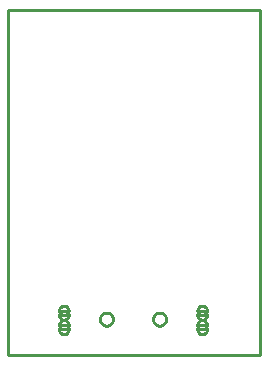
<source format=gbr>
G04 EAGLE Gerber X2 export*
G75*
%MOMM*%
%FSLAX34Y34*%
%LPD*%
%AMOC8*
5,1,8,0,0,1.08239X$1,22.5*%
G01*
%ADD10C,0.254000*%


D10*
X12700Y88900D02*
X226570Y88900D01*
X226570Y380900D01*
X12700Y380900D01*
X12700Y88900D01*
X96427Y124584D02*
X97041Y124515D01*
X97643Y124377D01*
X98226Y124173D01*
X98783Y123905D01*
X99306Y123577D01*
X99789Y123192D01*
X100226Y122755D01*
X100611Y122272D01*
X100939Y121749D01*
X101207Y121192D01*
X101411Y120609D01*
X101549Y120007D01*
X101618Y119393D01*
X101618Y118775D01*
X101549Y118161D01*
X101411Y117559D01*
X101207Y116976D01*
X100939Y116419D01*
X100611Y115896D01*
X100226Y115413D01*
X99789Y114977D01*
X99306Y114591D01*
X98783Y114263D01*
X98226Y113995D01*
X97643Y113791D01*
X97041Y113653D01*
X96427Y113584D01*
X95809Y113584D01*
X95195Y113653D01*
X94593Y113791D01*
X94010Y113995D01*
X93453Y114263D01*
X92930Y114591D01*
X92447Y114977D01*
X92011Y115413D01*
X91625Y115896D01*
X91297Y116419D01*
X91029Y116976D01*
X90825Y117559D01*
X90687Y118161D01*
X90618Y118775D01*
X90618Y119393D01*
X90687Y120007D01*
X90825Y120609D01*
X91029Y121192D01*
X91297Y121749D01*
X91625Y122272D01*
X92011Y122755D01*
X92447Y123192D01*
X92930Y123577D01*
X93453Y123905D01*
X94010Y124173D01*
X94593Y124377D01*
X95195Y124515D01*
X95809Y124584D01*
X96427Y124584D01*
X141427Y124584D02*
X142041Y124515D01*
X142643Y124377D01*
X143226Y124173D01*
X143783Y123905D01*
X144306Y123577D01*
X144789Y123192D01*
X145226Y122755D01*
X145611Y122272D01*
X145939Y121749D01*
X146207Y121192D01*
X146411Y120609D01*
X146549Y120007D01*
X146618Y119393D01*
X146618Y118775D01*
X146549Y118161D01*
X146411Y117559D01*
X146207Y116976D01*
X145939Y116419D01*
X145611Y115896D01*
X145226Y115413D01*
X144789Y114977D01*
X144306Y114591D01*
X143783Y114263D01*
X143226Y113995D01*
X142643Y113791D01*
X142041Y113653D01*
X141427Y113584D01*
X140809Y113584D01*
X140195Y113653D01*
X139593Y113791D01*
X139010Y113995D01*
X138453Y114263D01*
X137930Y114591D01*
X137447Y114977D01*
X137011Y115413D01*
X136625Y115896D01*
X136297Y116419D01*
X136029Y116976D01*
X135825Y117559D01*
X135687Y118161D01*
X135618Y118775D01*
X135618Y119393D01*
X135687Y120007D01*
X135825Y120609D01*
X136029Y121192D01*
X136297Y121749D01*
X136625Y122272D01*
X137011Y122755D01*
X137447Y123192D01*
X137930Y123577D01*
X138453Y123905D01*
X139010Y124173D01*
X139593Y124377D01*
X140195Y124515D01*
X140809Y124584D01*
X141427Y124584D01*
X177380Y126384D02*
X177900Y126316D01*
X178407Y126180D01*
X178891Y125979D01*
X179345Y125717D01*
X179761Y125398D01*
X180132Y125027D01*
X180451Y124611D01*
X180713Y124157D01*
X180914Y123673D01*
X181050Y123166D01*
X181118Y122646D01*
X181118Y122122D01*
X181050Y121602D01*
X180914Y121095D01*
X180713Y120611D01*
X180451Y120157D01*
X180132Y119741D01*
X179761Y119370D01*
X179345Y119051D01*
X178891Y118789D01*
X178407Y118588D01*
X177900Y118452D01*
X177380Y118384D01*
X176856Y118384D01*
X176336Y118452D01*
X175829Y118588D01*
X175345Y118789D01*
X174891Y119051D01*
X174475Y119370D01*
X174104Y119741D01*
X173785Y120157D01*
X173523Y120611D01*
X173322Y121095D01*
X173186Y121602D01*
X173118Y122122D01*
X173118Y122646D01*
X173186Y123166D01*
X173322Y123673D01*
X173523Y124157D01*
X173785Y124611D01*
X174104Y125027D01*
X174475Y125398D01*
X174891Y125717D01*
X175345Y125979D01*
X175829Y126180D01*
X176336Y126316D01*
X176856Y126384D01*
X177380Y126384D01*
X177380Y130384D02*
X177900Y130316D01*
X178407Y130180D01*
X178891Y129979D01*
X179345Y129717D01*
X179761Y129398D01*
X180132Y129027D01*
X180451Y128611D01*
X180713Y128157D01*
X180914Y127673D01*
X181050Y127166D01*
X181118Y126646D01*
X181118Y126122D01*
X181050Y125602D01*
X180914Y125095D01*
X180713Y124611D01*
X180451Y124157D01*
X180132Y123741D01*
X179761Y123370D01*
X179345Y123051D01*
X178891Y122789D01*
X178407Y122588D01*
X177900Y122452D01*
X177380Y122384D01*
X176856Y122384D01*
X176336Y122452D01*
X175829Y122588D01*
X175345Y122789D01*
X174891Y123051D01*
X174475Y123370D01*
X174104Y123741D01*
X173785Y124157D01*
X173523Y124611D01*
X173322Y125095D01*
X173186Y125602D01*
X173118Y126122D01*
X173118Y126646D01*
X173186Y127166D01*
X173322Y127673D01*
X173523Y128157D01*
X173785Y128611D01*
X174104Y129027D01*
X174475Y129398D01*
X174891Y129717D01*
X175345Y129979D01*
X175829Y130180D01*
X176336Y130316D01*
X176856Y130384D01*
X177380Y130384D01*
X177380Y118384D02*
X177900Y118316D01*
X178407Y118180D01*
X178891Y117979D01*
X179345Y117717D01*
X179761Y117398D01*
X180132Y117027D01*
X180451Y116611D01*
X180713Y116157D01*
X180914Y115673D01*
X181050Y115166D01*
X181118Y114646D01*
X181118Y114122D01*
X181050Y113602D01*
X180914Y113095D01*
X180713Y112611D01*
X180451Y112157D01*
X180132Y111741D01*
X179761Y111370D01*
X179345Y111051D01*
X178891Y110789D01*
X178407Y110588D01*
X177900Y110452D01*
X177380Y110384D01*
X176856Y110384D01*
X176336Y110452D01*
X175829Y110588D01*
X175345Y110789D01*
X174891Y111051D01*
X174475Y111370D01*
X174104Y111741D01*
X173785Y112157D01*
X173523Y112611D01*
X173322Y113095D01*
X173186Y113602D01*
X173118Y114122D01*
X173118Y114646D01*
X173186Y115166D01*
X173322Y115673D01*
X173523Y116157D01*
X173785Y116611D01*
X174104Y117027D01*
X174475Y117398D01*
X174891Y117717D01*
X175345Y117979D01*
X175829Y118180D01*
X176336Y118316D01*
X176856Y118384D01*
X177380Y118384D01*
X177380Y114384D02*
X177900Y114316D01*
X178407Y114180D01*
X178891Y113979D01*
X179345Y113717D01*
X179761Y113398D01*
X180132Y113027D01*
X180451Y112611D01*
X180713Y112157D01*
X180914Y111673D01*
X181050Y111166D01*
X181118Y110646D01*
X181118Y110122D01*
X181050Y109602D01*
X180914Y109095D01*
X180713Y108611D01*
X180451Y108157D01*
X180132Y107741D01*
X179761Y107370D01*
X179345Y107051D01*
X178891Y106789D01*
X178407Y106588D01*
X177900Y106452D01*
X177380Y106384D01*
X176856Y106384D01*
X176336Y106452D01*
X175829Y106588D01*
X175345Y106789D01*
X174891Y107051D01*
X174475Y107370D01*
X174104Y107741D01*
X173785Y108157D01*
X173523Y108611D01*
X173322Y109095D01*
X173186Y109602D01*
X173118Y110122D01*
X173118Y110646D01*
X173186Y111166D01*
X173322Y111673D01*
X173523Y112157D01*
X173785Y112611D01*
X174104Y113027D01*
X174475Y113398D01*
X174891Y113717D01*
X175345Y113979D01*
X175829Y114180D01*
X176336Y114316D01*
X176856Y114384D01*
X177380Y114384D01*
X60380Y126384D02*
X60900Y126316D01*
X61407Y126180D01*
X61891Y125979D01*
X62345Y125717D01*
X62761Y125398D01*
X63132Y125027D01*
X63451Y124611D01*
X63713Y124157D01*
X63914Y123673D01*
X64050Y123166D01*
X64118Y122646D01*
X64118Y122122D01*
X64050Y121602D01*
X63914Y121095D01*
X63713Y120611D01*
X63451Y120157D01*
X63132Y119741D01*
X62761Y119370D01*
X62345Y119051D01*
X61891Y118789D01*
X61407Y118588D01*
X60900Y118452D01*
X60380Y118384D01*
X59856Y118384D01*
X59336Y118452D01*
X58829Y118588D01*
X58345Y118789D01*
X57891Y119051D01*
X57475Y119370D01*
X57104Y119741D01*
X56785Y120157D01*
X56523Y120611D01*
X56322Y121095D01*
X56186Y121602D01*
X56118Y122122D01*
X56118Y122646D01*
X56186Y123166D01*
X56322Y123673D01*
X56523Y124157D01*
X56785Y124611D01*
X57104Y125027D01*
X57475Y125398D01*
X57891Y125717D01*
X58345Y125979D01*
X58829Y126180D01*
X59336Y126316D01*
X59856Y126384D01*
X60380Y126384D01*
X60380Y130384D02*
X60900Y130316D01*
X61407Y130180D01*
X61891Y129979D01*
X62345Y129717D01*
X62761Y129398D01*
X63132Y129027D01*
X63451Y128611D01*
X63713Y128157D01*
X63914Y127673D01*
X64050Y127166D01*
X64118Y126646D01*
X64118Y126122D01*
X64050Y125602D01*
X63914Y125095D01*
X63713Y124611D01*
X63451Y124157D01*
X63132Y123741D01*
X62761Y123370D01*
X62345Y123051D01*
X61891Y122789D01*
X61407Y122588D01*
X60900Y122452D01*
X60380Y122384D01*
X59856Y122384D01*
X59336Y122452D01*
X58829Y122588D01*
X58345Y122789D01*
X57891Y123051D01*
X57475Y123370D01*
X57104Y123741D01*
X56785Y124157D01*
X56523Y124611D01*
X56322Y125095D01*
X56186Y125602D01*
X56118Y126122D01*
X56118Y126646D01*
X56186Y127166D01*
X56322Y127673D01*
X56523Y128157D01*
X56785Y128611D01*
X57104Y129027D01*
X57475Y129398D01*
X57891Y129717D01*
X58345Y129979D01*
X58829Y130180D01*
X59336Y130316D01*
X59856Y130384D01*
X60380Y130384D01*
X60380Y118384D02*
X60900Y118316D01*
X61407Y118180D01*
X61891Y117979D01*
X62345Y117717D01*
X62761Y117398D01*
X63132Y117027D01*
X63451Y116611D01*
X63713Y116157D01*
X63914Y115673D01*
X64050Y115166D01*
X64118Y114646D01*
X64118Y114122D01*
X64050Y113602D01*
X63914Y113095D01*
X63713Y112611D01*
X63451Y112157D01*
X63132Y111741D01*
X62761Y111370D01*
X62345Y111051D01*
X61891Y110789D01*
X61407Y110588D01*
X60900Y110452D01*
X60380Y110384D01*
X59856Y110384D01*
X59336Y110452D01*
X58829Y110588D01*
X58345Y110789D01*
X57891Y111051D01*
X57475Y111370D01*
X57104Y111741D01*
X56785Y112157D01*
X56523Y112611D01*
X56322Y113095D01*
X56186Y113602D01*
X56118Y114122D01*
X56118Y114646D01*
X56186Y115166D01*
X56322Y115673D01*
X56523Y116157D01*
X56785Y116611D01*
X57104Y117027D01*
X57475Y117398D01*
X57891Y117717D01*
X58345Y117979D01*
X58829Y118180D01*
X59336Y118316D01*
X59856Y118384D01*
X60380Y118384D01*
X60380Y114384D02*
X60900Y114316D01*
X61407Y114180D01*
X61891Y113979D01*
X62345Y113717D01*
X62761Y113398D01*
X63132Y113027D01*
X63451Y112611D01*
X63713Y112157D01*
X63914Y111673D01*
X64050Y111166D01*
X64118Y110646D01*
X64118Y110122D01*
X64050Y109602D01*
X63914Y109095D01*
X63713Y108611D01*
X63451Y108157D01*
X63132Y107741D01*
X62761Y107370D01*
X62345Y107051D01*
X61891Y106789D01*
X61407Y106588D01*
X60900Y106452D01*
X60380Y106384D01*
X59856Y106384D01*
X59336Y106452D01*
X58829Y106588D01*
X58345Y106789D01*
X57891Y107051D01*
X57475Y107370D01*
X57104Y107741D01*
X56785Y108157D01*
X56523Y108611D01*
X56322Y109095D01*
X56186Y109602D01*
X56118Y110122D01*
X56118Y110646D01*
X56186Y111166D01*
X56322Y111673D01*
X56523Y112157D01*
X56785Y112611D01*
X57104Y113027D01*
X57475Y113398D01*
X57891Y113717D01*
X58345Y113979D01*
X58829Y114180D01*
X59336Y114316D01*
X59856Y114384D01*
X60380Y114384D01*
M02*

</source>
